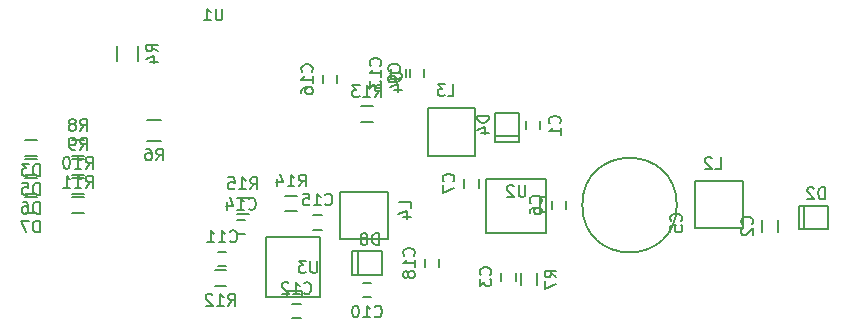
<source format=gbo>
G04 #@! TF.FileFunction,Legend,Bot*
%FSLAX46Y46*%
G04 Gerber Fmt 4.6, Leading zero omitted, Abs format (unit mm)*
G04 Created by KiCad (PCBNEW 4.0.4+dfsg1-stable) date Sun Feb  5 14:28:03 2017*
%MOMM*%
%LPD*%
G01*
G04 APERTURE LIST*
%ADD10C,0.100000*%
%ADD11C,0.150000*%
G04 APERTURE END LIST*
D10*
D11*
X64400000Y20070000D02*
X64400000Y20770000D01*
X63200000Y20770000D02*
X63200000Y20070000D01*
X84565000Y11400000D02*
X84565000Y12400000D01*
X83215000Y12400000D02*
X83215000Y11400000D01*
X61130000Y7950000D02*
X61130000Y7250000D01*
X62330000Y7250000D02*
X62330000Y7950000D01*
X65380000Y14010000D02*
X65380000Y13310000D01*
X66580000Y13310000D02*
X66580000Y14010000D01*
X58000000Y15850000D02*
X58000000Y15150000D01*
X59200000Y15150000D02*
X59200000Y15850000D01*
X53400000Y25180000D02*
X53400000Y24480000D01*
X54600000Y24480000D02*
X54600000Y25180000D01*
X49400000Y5900000D02*
X50100000Y5900000D01*
X50100000Y7100000D02*
X49400000Y7100000D01*
X37855000Y9665000D02*
X37155000Y9665000D01*
X37155000Y8465000D02*
X37855000Y8465000D01*
X44125000Y5275000D02*
X43425000Y5275000D01*
X43425000Y4075000D02*
X44125000Y4075000D01*
X51820000Y25180000D02*
X51820000Y24480000D01*
X53020000Y24480000D02*
X53020000Y25180000D01*
X39435000Y12425000D02*
X38735000Y12425000D01*
X38735000Y11225000D02*
X39435000Y11225000D01*
X45905000Y12785000D02*
X45205000Y12785000D01*
X45205000Y11585000D02*
X45905000Y11585000D01*
X46010000Y24660000D02*
X46010000Y23960000D01*
X47210000Y23960000D02*
X47210000Y24660000D01*
X54650000Y9100000D02*
X54650000Y8400000D01*
X55850000Y8400000D02*
X55850000Y9100000D01*
X86790000Y11610000D02*
X86790000Y13610000D01*
X86290000Y11610000D02*
X86290000Y13610000D01*
X86290000Y13610000D02*
X88790000Y13610000D01*
X88790000Y13610000D02*
X88790000Y11610000D01*
X88790000Y11610000D02*
X86290000Y11610000D01*
X21800000Y19175000D02*
X20800000Y19175000D01*
X20800000Y17825000D02*
X21800000Y17825000D01*
X62620000Y19480000D02*
X60620000Y19480000D01*
X62620000Y18980000D02*
X60620000Y18980000D01*
X60620000Y18980000D02*
X60620000Y21480000D01*
X60620000Y21480000D02*
X62620000Y21480000D01*
X62620000Y21480000D02*
X62620000Y18980000D01*
X21800000Y17575000D02*
X20800000Y17575000D01*
X20800000Y16225000D02*
X21800000Y16225000D01*
X21800000Y15975000D02*
X20800000Y15975000D01*
X20800000Y14625000D02*
X21800000Y14625000D01*
X21800000Y14375000D02*
X20800000Y14375000D01*
X20800000Y13025000D02*
X21800000Y13025000D01*
X49000000Y7750000D02*
X49000000Y9750000D01*
X48500000Y7750000D02*
X48500000Y9750000D01*
X48500000Y9750000D02*
X51000000Y9750000D01*
X51000000Y9750000D02*
X51000000Y7750000D01*
X51000000Y7750000D02*
X48500000Y7750000D01*
X77550000Y11690000D02*
X77550000Y15690000D01*
X81550000Y11690000D02*
X81550000Y15690000D01*
X77550000Y15690000D02*
X81550000Y15690000D01*
X78050000Y11690000D02*
X77550000Y11690000D01*
X78050000Y11690000D02*
X77550000Y11690000D01*
X81550000Y11690000D02*
X78050000Y11690000D01*
X54920000Y17860000D02*
X54920000Y21860000D01*
X58920000Y17860000D02*
X58920000Y21860000D01*
X54920000Y21860000D02*
X58920000Y21860000D01*
X55420000Y17860000D02*
X54920000Y17860000D01*
X55420000Y17860000D02*
X54920000Y17860000D01*
X58920000Y17860000D02*
X55420000Y17860000D01*
X47500000Y14750000D02*
X51500000Y14750000D01*
X47500000Y10750000D02*
X51500000Y10750000D01*
X51500000Y14750000D02*
X51500000Y10750000D01*
X47500000Y14250000D02*
X47500000Y14750000D01*
X47500000Y14250000D02*
X47500000Y14750000D01*
X47500000Y10750000D02*
X47500000Y14250000D01*
X28625000Y27100000D02*
X28625000Y25900000D01*
X30375000Y25900000D02*
X30375000Y27100000D01*
X32350000Y20875000D02*
X31150000Y20875000D01*
X31150000Y19125000D02*
X32350000Y19125000D01*
X62755000Y7870000D02*
X62755000Y6870000D01*
X64105000Y6870000D02*
X64105000Y7870000D01*
X24800000Y17825000D02*
X25800000Y17825000D01*
X25800000Y19175000D02*
X24800000Y19175000D01*
X24800000Y16225000D02*
X25800000Y16225000D01*
X25800000Y17575000D02*
X24800000Y17575000D01*
X24800000Y14625000D02*
X25800000Y14625000D01*
X25800000Y15975000D02*
X24800000Y15975000D01*
X24800000Y13025000D02*
X25800000Y13025000D01*
X25800000Y14375000D02*
X24800000Y14375000D01*
X37855000Y8180000D02*
X36855000Y8180000D01*
X36855000Y6830000D02*
X37855000Y6830000D01*
X49260000Y20695000D02*
X50260000Y20695000D01*
X50260000Y22045000D02*
X49260000Y22045000D01*
X42835000Y13120000D02*
X43835000Y13120000D01*
X43835000Y14470000D02*
X42835000Y14470000D01*
X38725000Y12880000D02*
X39725000Y12880000D01*
X39725000Y14230000D02*
X38725000Y14230000D01*
X64940000Y15836000D02*
X59860000Y15836000D01*
X59860000Y15836000D02*
X59860000Y11264000D01*
X59860000Y11264000D02*
X64940000Y11264000D01*
X64940000Y11264000D02*
X64940000Y15836000D01*
X64940000Y14312000D02*
X64432000Y14312000D01*
X64432000Y14312000D02*
X64432000Y13042000D01*
X64432000Y13042000D02*
X64940000Y13042000D01*
X45791000Y5845000D02*
X45791000Y10925000D01*
X45791000Y10925000D02*
X41219000Y10925000D01*
X41219000Y10925000D02*
X41219000Y5845000D01*
X41219000Y5845000D02*
X45791000Y5845000D01*
X44267000Y5845000D02*
X44267000Y6353000D01*
X44267000Y6353000D02*
X42997000Y6353000D01*
X42997000Y6353000D02*
X42997000Y5845000D01*
X75980000Y13660000D02*
G75*
G03X75980000Y13660000I-4000000J0D01*
G01*
X66057143Y20586666D02*
X66104762Y20634285D01*
X66152381Y20777142D01*
X66152381Y20872380D01*
X66104762Y21015238D01*
X66009524Y21110476D01*
X65914286Y21158095D01*
X65723810Y21205714D01*
X65580952Y21205714D01*
X65390476Y21158095D01*
X65295238Y21110476D01*
X65200000Y21015238D01*
X65152381Y20872380D01*
X65152381Y20777142D01*
X65200000Y20634285D01*
X65247619Y20586666D01*
X66152381Y19634285D02*
X66152381Y20205714D01*
X66152381Y19920000D02*
X65152381Y19920000D01*
X65295238Y20015238D01*
X65390476Y20110476D01*
X65438095Y20205714D01*
X82347143Y12066666D02*
X82394762Y12114285D01*
X82442381Y12257142D01*
X82442381Y12352380D01*
X82394762Y12495238D01*
X82299524Y12590476D01*
X82204286Y12638095D01*
X82013810Y12685714D01*
X81870952Y12685714D01*
X81680476Y12638095D01*
X81585238Y12590476D01*
X81490000Y12495238D01*
X81442381Y12352380D01*
X81442381Y12257142D01*
X81490000Y12114285D01*
X81537619Y12066666D01*
X81537619Y11685714D02*
X81490000Y11638095D01*
X81442381Y11542857D01*
X81442381Y11304761D01*
X81490000Y11209523D01*
X81537619Y11161904D01*
X81632857Y11114285D01*
X81728095Y11114285D01*
X81870952Y11161904D01*
X82442381Y11733333D01*
X82442381Y11114285D01*
X60187143Y7766666D02*
X60234762Y7814285D01*
X60282381Y7957142D01*
X60282381Y8052380D01*
X60234762Y8195238D01*
X60139524Y8290476D01*
X60044286Y8338095D01*
X59853810Y8385714D01*
X59710952Y8385714D01*
X59520476Y8338095D01*
X59425238Y8290476D01*
X59330000Y8195238D01*
X59282381Y8052380D01*
X59282381Y7957142D01*
X59330000Y7814285D01*
X59377619Y7766666D01*
X59282381Y7433333D02*
X59282381Y6814285D01*
X59663333Y7147619D01*
X59663333Y7004761D01*
X59710952Y6909523D01*
X59758571Y6861904D01*
X59853810Y6814285D01*
X60091905Y6814285D01*
X60187143Y6861904D01*
X60234762Y6909523D01*
X60282381Y7004761D01*
X60282381Y7290476D01*
X60234762Y7385714D01*
X60187143Y7433333D01*
X64437143Y13826666D02*
X64484762Y13874285D01*
X64532381Y14017142D01*
X64532381Y14112380D01*
X64484762Y14255238D01*
X64389524Y14350476D01*
X64294286Y14398095D01*
X64103810Y14445714D01*
X63960952Y14445714D01*
X63770476Y14398095D01*
X63675238Y14350476D01*
X63580000Y14255238D01*
X63532381Y14112380D01*
X63532381Y14017142D01*
X63580000Y13874285D01*
X63627619Y13826666D01*
X63532381Y12969523D02*
X63532381Y13160000D01*
X63580000Y13255238D01*
X63627619Y13302857D01*
X63770476Y13398095D01*
X63960952Y13445714D01*
X64341905Y13445714D01*
X64437143Y13398095D01*
X64484762Y13350476D01*
X64532381Y13255238D01*
X64532381Y13064761D01*
X64484762Y12969523D01*
X64437143Y12921904D01*
X64341905Y12874285D01*
X64103810Y12874285D01*
X64008571Y12921904D01*
X63960952Y12969523D01*
X63913333Y13064761D01*
X63913333Y13255238D01*
X63960952Y13350476D01*
X64008571Y13398095D01*
X64103810Y13445714D01*
X57057143Y15666666D02*
X57104762Y15714285D01*
X57152381Y15857142D01*
X57152381Y15952380D01*
X57104762Y16095238D01*
X57009524Y16190476D01*
X56914286Y16238095D01*
X56723810Y16285714D01*
X56580952Y16285714D01*
X56390476Y16238095D01*
X56295238Y16190476D01*
X56200000Y16095238D01*
X56152381Y15952380D01*
X56152381Y15857142D01*
X56200000Y15714285D01*
X56247619Y15666666D01*
X56152381Y15333333D02*
X56152381Y14666666D01*
X57152381Y15095238D01*
X52457143Y24996666D02*
X52504762Y25044285D01*
X52552381Y25187142D01*
X52552381Y25282380D01*
X52504762Y25425238D01*
X52409524Y25520476D01*
X52314286Y25568095D01*
X52123810Y25615714D01*
X51980952Y25615714D01*
X51790476Y25568095D01*
X51695238Y25520476D01*
X51600000Y25425238D01*
X51552381Y25282380D01*
X51552381Y25187142D01*
X51600000Y25044285D01*
X51647619Y24996666D01*
X52552381Y24520476D02*
X52552381Y24330000D01*
X52504762Y24234761D01*
X52457143Y24187142D01*
X52314286Y24091904D01*
X52123810Y24044285D01*
X51742857Y24044285D01*
X51647619Y24091904D01*
X51600000Y24139523D01*
X51552381Y24234761D01*
X51552381Y24425238D01*
X51600000Y24520476D01*
X51647619Y24568095D01*
X51742857Y24615714D01*
X51980952Y24615714D01*
X52076190Y24568095D01*
X52123810Y24520476D01*
X52171429Y24425238D01*
X52171429Y24234761D01*
X52123810Y24139523D01*
X52076190Y24091904D01*
X51980952Y24044285D01*
X50392857Y4242857D02*
X50440476Y4195238D01*
X50583333Y4147619D01*
X50678571Y4147619D01*
X50821429Y4195238D01*
X50916667Y4290476D01*
X50964286Y4385714D01*
X51011905Y4576190D01*
X51011905Y4719048D01*
X50964286Y4909524D01*
X50916667Y5004762D01*
X50821429Y5100000D01*
X50678571Y5147619D01*
X50583333Y5147619D01*
X50440476Y5100000D01*
X50392857Y5052381D01*
X49440476Y4147619D02*
X50011905Y4147619D01*
X49726191Y4147619D02*
X49726191Y5147619D01*
X49821429Y5004762D01*
X49916667Y4909524D01*
X50011905Y4861905D01*
X48821429Y5147619D02*
X48726190Y5147619D01*
X48630952Y5100000D01*
X48583333Y5052381D01*
X48535714Y4957143D01*
X48488095Y4766667D01*
X48488095Y4528571D01*
X48535714Y4338095D01*
X48583333Y4242857D01*
X48630952Y4195238D01*
X48726190Y4147619D01*
X48821429Y4147619D01*
X48916667Y4195238D01*
X48964286Y4242857D01*
X49011905Y4338095D01*
X49059524Y4528571D01*
X49059524Y4766667D01*
X49011905Y4957143D01*
X48964286Y5052381D01*
X48916667Y5100000D01*
X48821429Y5147619D01*
X38147857Y10607857D02*
X38195476Y10560238D01*
X38338333Y10512619D01*
X38433571Y10512619D01*
X38576429Y10560238D01*
X38671667Y10655476D01*
X38719286Y10750714D01*
X38766905Y10941190D01*
X38766905Y11084048D01*
X38719286Y11274524D01*
X38671667Y11369762D01*
X38576429Y11465000D01*
X38433571Y11512619D01*
X38338333Y11512619D01*
X38195476Y11465000D01*
X38147857Y11417381D01*
X37195476Y10512619D02*
X37766905Y10512619D01*
X37481191Y10512619D02*
X37481191Y11512619D01*
X37576429Y11369762D01*
X37671667Y11274524D01*
X37766905Y11226905D01*
X36243095Y10512619D02*
X36814524Y10512619D01*
X36528810Y10512619D02*
X36528810Y11512619D01*
X36624048Y11369762D01*
X36719286Y11274524D01*
X36814524Y11226905D01*
X44417857Y6217857D02*
X44465476Y6170238D01*
X44608333Y6122619D01*
X44703571Y6122619D01*
X44846429Y6170238D01*
X44941667Y6265476D01*
X44989286Y6360714D01*
X45036905Y6551190D01*
X45036905Y6694048D01*
X44989286Y6884524D01*
X44941667Y6979762D01*
X44846429Y7075000D01*
X44703571Y7122619D01*
X44608333Y7122619D01*
X44465476Y7075000D01*
X44417857Y7027381D01*
X43465476Y6122619D02*
X44036905Y6122619D01*
X43751191Y6122619D02*
X43751191Y7122619D01*
X43846429Y6979762D01*
X43941667Y6884524D01*
X44036905Y6836905D01*
X43084524Y7027381D02*
X43036905Y7075000D01*
X42941667Y7122619D01*
X42703571Y7122619D01*
X42608333Y7075000D01*
X42560714Y7027381D01*
X42513095Y6932143D01*
X42513095Y6836905D01*
X42560714Y6694048D01*
X43132143Y6122619D01*
X42513095Y6122619D01*
X50877143Y25472857D02*
X50924762Y25520476D01*
X50972381Y25663333D01*
X50972381Y25758571D01*
X50924762Y25901429D01*
X50829524Y25996667D01*
X50734286Y26044286D01*
X50543810Y26091905D01*
X50400952Y26091905D01*
X50210476Y26044286D01*
X50115238Y25996667D01*
X50020000Y25901429D01*
X49972381Y25758571D01*
X49972381Y25663333D01*
X50020000Y25520476D01*
X50067619Y25472857D01*
X50972381Y24520476D02*
X50972381Y25091905D01*
X50972381Y24806191D02*
X49972381Y24806191D01*
X50115238Y24901429D01*
X50210476Y24996667D01*
X50258095Y25091905D01*
X49972381Y24187143D02*
X49972381Y23568095D01*
X50353333Y23901429D01*
X50353333Y23758571D01*
X50400952Y23663333D01*
X50448571Y23615714D01*
X50543810Y23568095D01*
X50781905Y23568095D01*
X50877143Y23615714D01*
X50924762Y23663333D01*
X50972381Y23758571D01*
X50972381Y24044286D01*
X50924762Y24139524D01*
X50877143Y24187143D01*
X39727857Y13367857D02*
X39775476Y13320238D01*
X39918333Y13272619D01*
X40013571Y13272619D01*
X40156429Y13320238D01*
X40251667Y13415476D01*
X40299286Y13510714D01*
X40346905Y13701190D01*
X40346905Y13844048D01*
X40299286Y14034524D01*
X40251667Y14129762D01*
X40156429Y14225000D01*
X40013571Y14272619D01*
X39918333Y14272619D01*
X39775476Y14225000D01*
X39727857Y14177381D01*
X38775476Y13272619D02*
X39346905Y13272619D01*
X39061191Y13272619D02*
X39061191Y14272619D01*
X39156429Y14129762D01*
X39251667Y14034524D01*
X39346905Y13986905D01*
X37918333Y13939286D02*
X37918333Y13272619D01*
X38156429Y14320238D02*
X38394524Y13605952D01*
X37775476Y13605952D01*
X46197857Y13727857D02*
X46245476Y13680238D01*
X46388333Y13632619D01*
X46483571Y13632619D01*
X46626429Y13680238D01*
X46721667Y13775476D01*
X46769286Y13870714D01*
X46816905Y14061190D01*
X46816905Y14204048D01*
X46769286Y14394524D01*
X46721667Y14489762D01*
X46626429Y14585000D01*
X46483571Y14632619D01*
X46388333Y14632619D01*
X46245476Y14585000D01*
X46197857Y14537381D01*
X45245476Y13632619D02*
X45816905Y13632619D01*
X45531191Y13632619D02*
X45531191Y14632619D01*
X45626429Y14489762D01*
X45721667Y14394524D01*
X45816905Y14346905D01*
X44340714Y14632619D02*
X44816905Y14632619D01*
X44864524Y14156429D01*
X44816905Y14204048D01*
X44721667Y14251667D01*
X44483571Y14251667D01*
X44388333Y14204048D01*
X44340714Y14156429D01*
X44293095Y14061190D01*
X44293095Y13823095D01*
X44340714Y13727857D01*
X44388333Y13680238D01*
X44483571Y13632619D01*
X44721667Y13632619D01*
X44816905Y13680238D01*
X44864524Y13727857D01*
X45067143Y24952857D02*
X45114762Y25000476D01*
X45162381Y25143333D01*
X45162381Y25238571D01*
X45114762Y25381429D01*
X45019524Y25476667D01*
X44924286Y25524286D01*
X44733810Y25571905D01*
X44590952Y25571905D01*
X44400476Y25524286D01*
X44305238Y25476667D01*
X44210000Y25381429D01*
X44162381Y25238571D01*
X44162381Y25143333D01*
X44210000Y25000476D01*
X44257619Y24952857D01*
X45162381Y24000476D02*
X45162381Y24571905D01*
X45162381Y24286191D02*
X44162381Y24286191D01*
X44305238Y24381429D01*
X44400476Y24476667D01*
X44448095Y24571905D01*
X44162381Y23143333D02*
X44162381Y23333810D01*
X44210000Y23429048D01*
X44257619Y23476667D01*
X44400476Y23571905D01*
X44590952Y23619524D01*
X44971905Y23619524D01*
X45067143Y23571905D01*
X45114762Y23524286D01*
X45162381Y23429048D01*
X45162381Y23238571D01*
X45114762Y23143333D01*
X45067143Y23095714D01*
X44971905Y23048095D01*
X44733810Y23048095D01*
X44638571Y23095714D01*
X44590952Y23143333D01*
X44543333Y23238571D01*
X44543333Y23429048D01*
X44590952Y23524286D01*
X44638571Y23571905D01*
X44733810Y23619524D01*
X53707143Y9392857D02*
X53754762Y9440476D01*
X53802381Y9583333D01*
X53802381Y9678571D01*
X53754762Y9821429D01*
X53659524Y9916667D01*
X53564286Y9964286D01*
X53373810Y10011905D01*
X53230952Y10011905D01*
X53040476Y9964286D01*
X52945238Y9916667D01*
X52850000Y9821429D01*
X52802381Y9678571D01*
X52802381Y9583333D01*
X52850000Y9440476D01*
X52897619Y9392857D01*
X53802381Y8440476D02*
X53802381Y9011905D01*
X53802381Y8726191D02*
X52802381Y8726191D01*
X52945238Y8821429D01*
X53040476Y8916667D01*
X53088095Y9011905D01*
X53230952Y7869048D02*
X53183333Y7964286D01*
X53135714Y8011905D01*
X53040476Y8059524D01*
X52992857Y8059524D01*
X52897619Y8011905D01*
X52850000Y7964286D01*
X52802381Y7869048D01*
X52802381Y7678571D01*
X52850000Y7583333D01*
X52897619Y7535714D01*
X52992857Y7488095D01*
X53040476Y7488095D01*
X53135714Y7535714D01*
X53183333Y7583333D01*
X53230952Y7678571D01*
X53230952Y7869048D01*
X53278571Y7964286D01*
X53326190Y8011905D01*
X53421429Y8059524D01*
X53611905Y8059524D01*
X53707143Y8011905D01*
X53754762Y7964286D01*
X53802381Y7869048D01*
X53802381Y7678571D01*
X53754762Y7583333D01*
X53707143Y7535714D01*
X53611905Y7488095D01*
X53421429Y7488095D01*
X53326190Y7535714D01*
X53278571Y7583333D01*
X53230952Y7678571D01*
X88528095Y14157619D02*
X88528095Y15157619D01*
X88290000Y15157619D01*
X88147142Y15110000D01*
X88051904Y15014762D01*
X88004285Y14919524D01*
X87956666Y14729048D01*
X87956666Y14586190D01*
X88004285Y14395714D01*
X88051904Y14300476D01*
X88147142Y14205238D01*
X88290000Y14157619D01*
X88528095Y14157619D01*
X87575714Y15062381D02*
X87528095Y15110000D01*
X87432857Y15157619D01*
X87194761Y15157619D01*
X87099523Y15110000D01*
X87051904Y15062381D01*
X87004285Y14967143D01*
X87004285Y14871905D01*
X87051904Y14729048D01*
X87623333Y14157619D01*
X87004285Y14157619D01*
X22038095Y16147619D02*
X22038095Y17147619D01*
X21800000Y17147619D01*
X21657142Y17100000D01*
X21561904Y17004762D01*
X21514285Y16909524D01*
X21466666Y16719048D01*
X21466666Y16576190D01*
X21514285Y16385714D01*
X21561904Y16290476D01*
X21657142Y16195238D01*
X21800000Y16147619D01*
X22038095Y16147619D01*
X21133333Y17147619D02*
X20514285Y17147619D01*
X20847619Y16766667D01*
X20704761Y16766667D01*
X20609523Y16719048D01*
X20561904Y16671429D01*
X20514285Y16576190D01*
X20514285Y16338095D01*
X20561904Y16242857D01*
X20609523Y16195238D01*
X20704761Y16147619D01*
X20990476Y16147619D01*
X21085714Y16195238D01*
X21133333Y16242857D01*
X60072381Y21218095D02*
X59072381Y21218095D01*
X59072381Y20980000D01*
X59120000Y20837142D01*
X59215238Y20741904D01*
X59310476Y20694285D01*
X59500952Y20646666D01*
X59643810Y20646666D01*
X59834286Y20694285D01*
X59929524Y20741904D01*
X60024762Y20837142D01*
X60072381Y20980000D01*
X60072381Y21218095D01*
X59405714Y19789523D02*
X60072381Y19789523D01*
X59024762Y20027619D02*
X59739048Y20265714D01*
X59739048Y19646666D01*
X22038095Y14547619D02*
X22038095Y15547619D01*
X21800000Y15547619D01*
X21657142Y15500000D01*
X21561904Y15404762D01*
X21514285Y15309524D01*
X21466666Y15119048D01*
X21466666Y14976190D01*
X21514285Y14785714D01*
X21561904Y14690476D01*
X21657142Y14595238D01*
X21800000Y14547619D01*
X22038095Y14547619D01*
X20561904Y15547619D02*
X21038095Y15547619D01*
X21085714Y15071429D01*
X21038095Y15119048D01*
X20942857Y15166667D01*
X20704761Y15166667D01*
X20609523Y15119048D01*
X20561904Y15071429D01*
X20514285Y14976190D01*
X20514285Y14738095D01*
X20561904Y14642857D01*
X20609523Y14595238D01*
X20704761Y14547619D01*
X20942857Y14547619D01*
X21038095Y14595238D01*
X21085714Y14642857D01*
X22038095Y12947619D02*
X22038095Y13947619D01*
X21800000Y13947619D01*
X21657142Y13900000D01*
X21561904Y13804762D01*
X21514285Y13709524D01*
X21466666Y13519048D01*
X21466666Y13376190D01*
X21514285Y13185714D01*
X21561904Y13090476D01*
X21657142Y12995238D01*
X21800000Y12947619D01*
X22038095Y12947619D01*
X20609523Y13947619D02*
X20800000Y13947619D01*
X20895238Y13900000D01*
X20942857Y13852381D01*
X21038095Y13709524D01*
X21085714Y13519048D01*
X21085714Y13138095D01*
X21038095Y13042857D01*
X20990476Y12995238D01*
X20895238Y12947619D01*
X20704761Y12947619D01*
X20609523Y12995238D01*
X20561904Y13042857D01*
X20514285Y13138095D01*
X20514285Y13376190D01*
X20561904Y13471429D01*
X20609523Y13519048D01*
X20704761Y13566667D01*
X20895238Y13566667D01*
X20990476Y13519048D01*
X21038095Y13471429D01*
X21085714Y13376190D01*
X22038095Y11347619D02*
X22038095Y12347619D01*
X21800000Y12347619D01*
X21657142Y12300000D01*
X21561904Y12204762D01*
X21514285Y12109524D01*
X21466666Y11919048D01*
X21466666Y11776190D01*
X21514285Y11585714D01*
X21561904Y11490476D01*
X21657142Y11395238D01*
X21800000Y11347619D01*
X22038095Y11347619D01*
X21133333Y12347619D02*
X20466666Y12347619D01*
X20895238Y11347619D01*
X50738095Y10297619D02*
X50738095Y11297619D01*
X50500000Y11297619D01*
X50357142Y11250000D01*
X50261904Y11154762D01*
X50214285Y11059524D01*
X50166666Y10869048D01*
X50166666Y10726190D01*
X50214285Y10535714D01*
X50261904Y10440476D01*
X50357142Y10345238D01*
X50500000Y10297619D01*
X50738095Y10297619D01*
X49595238Y10869048D02*
X49690476Y10916667D01*
X49738095Y10964286D01*
X49785714Y11059524D01*
X49785714Y11107143D01*
X49738095Y11202381D01*
X49690476Y11250000D01*
X49595238Y11297619D01*
X49404761Y11297619D01*
X49309523Y11250000D01*
X49261904Y11202381D01*
X49214285Y11107143D01*
X49214285Y11059524D01*
X49261904Y10964286D01*
X49309523Y10916667D01*
X49404761Y10869048D01*
X49595238Y10869048D01*
X49690476Y10821429D01*
X49738095Y10773810D01*
X49785714Y10678571D01*
X49785714Y10488095D01*
X49738095Y10392857D01*
X49690476Y10345238D01*
X49595238Y10297619D01*
X49404761Y10297619D01*
X49309523Y10345238D01*
X49261904Y10392857D01*
X49214285Y10488095D01*
X49214285Y10678571D01*
X49261904Y10773810D01*
X49309523Y10821429D01*
X49404761Y10869048D01*
X79216666Y16737619D02*
X79692857Y16737619D01*
X79692857Y17737619D01*
X78930952Y17642381D02*
X78883333Y17690000D01*
X78788095Y17737619D01*
X78549999Y17737619D01*
X78454761Y17690000D01*
X78407142Y17642381D01*
X78359523Y17547143D01*
X78359523Y17451905D01*
X78407142Y17309048D01*
X78978571Y16737619D01*
X78359523Y16737619D01*
X56586666Y22907619D02*
X57062857Y22907619D01*
X57062857Y23907619D01*
X56348571Y23907619D02*
X55729523Y23907619D01*
X56062857Y23526667D01*
X55919999Y23526667D01*
X55824761Y23479048D01*
X55777142Y23431429D01*
X55729523Y23336190D01*
X55729523Y23098095D01*
X55777142Y23002857D01*
X55824761Y22955238D01*
X55919999Y22907619D01*
X56205714Y22907619D01*
X56300952Y22955238D01*
X56348571Y23002857D01*
X53452381Y13416666D02*
X53452381Y13892857D01*
X52452381Y13892857D01*
X52785714Y12654761D02*
X53452381Y12654761D01*
X52404762Y12892857D02*
X53119048Y13130952D01*
X53119048Y12511904D01*
X32052381Y26666666D02*
X31576190Y27000000D01*
X32052381Y27238095D02*
X31052381Y27238095D01*
X31052381Y26857142D01*
X31100000Y26761904D01*
X31147619Y26714285D01*
X31242857Y26666666D01*
X31385714Y26666666D01*
X31480952Y26714285D01*
X31528571Y26761904D01*
X31576190Y26857142D01*
X31576190Y27238095D01*
X31385714Y25809523D02*
X32052381Y25809523D01*
X31004762Y26047619D02*
X31719048Y26285714D01*
X31719048Y25666666D01*
X31916666Y17447619D02*
X32250000Y17923810D01*
X32488095Y17447619D02*
X32488095Y18447619D01*
X32107142Y18447619D01*
X32011904Y18400000D01*
X31964285Y18352381D01*
X31916666Y18257143D01*
X31916666Y18114286D01*
X31964285Y18019048D01*
X32011904Y17971429D01*
X32107142Y17923810D01*
X32488095Y17923810D01*
X31059523Y18447619D02*
X31250000Y18447619D01*
X31345238Y18400000D01*
X31392857Y18352381D01*
X31488095Y18209524D01*
X31535714Y18019048D01*
X31535714Y17638095D01*
X31488095Y17542857D01*
X31440476Y17495238D01*
X31345238Y17447619D01*
X31154761Y17447619D01*
X31059523Y17495238D01*
X31011904Y17542857D01*
X30964285Y17638095D01*
X30964285Y17876190D01*
X31011904Y17971429D01*
X31059523Y18019048D01*
X31154761Y18066667D01*
X31345238Y18066667D01*
X31440476Y18019048D01*
X31488095Y17971429D01*
X31535714Y17876190D01*
X65782381Y7536666D02*
X65306190Y7870000D01*
X65782381Y8108095D02*
X64782381Y8108095D01*
X64782381Y7727142D01*
X64830000Y7631904D01*
X64877619Y7584285D01*
X64972857Y7536666D01*
X65115714Y7536666D01*
X65210952Y7584285D01*
X65258571Y7631904D01*
X65306190Y7727142D01*
X65306190Y8108095D01*
X64782381Y7203333D02*
X64782381Y6536666D01*
X65782381Y6965238D01*
X25466666Y19947619D02*
X25800000Y20423810D01*
X26038095Y19947619D02*
X26038095Y20947619D01*
X25657142Y20947619D01*
X25561904Y20900000D01*
X25514285Y20852381D01*
X25466666Y20757143D01*
X25466666Y20614286D01*
X25514285Y20519048D01*
X25561904Y20471429D01*
X25657142Y20423810D01*
X26038095Y20423810D01*
X24895238Y20519048D02*
X24990476Y20566667D01*
X25038095Y20614286D01*
X25085714Y20709524D01*
X25085714Y20757143D01*
X25038095Y20852381D01*
X24990476Y20900000D01*
X24895238Y20947619D01*
X24704761Y20947619D01*
X24609523Y20900000D01*
X24561904Y20852381D01*
X24514285Y20757143D01*
X24514285Y20709524D01*
X24561904Y20614286D01*
X24609523Y20566667D01*
X24704761Y20519048D01*
X24895238Y20519048D01*
X24990476Y20471429D01*
X25038095Y20423810D01*
X25085714Y20328571D01*
X25085714Y20138095D01*
X25038095Y20042857D01*
X24990476Y19995238D01*
X24895238Y19947619D01*
X24704761Y19947619D01*
X24609523Y19995238D01*
X24561904Y20042857D01*
X24514285Y20138095D01*
X24514285Y20328571D01*
X24561904Y20423810D01*
X24609523Y20471429D01*
X24704761Y20519048D01*
X25466666Y18347619D02*
X25800000Y18823810D01*
X26038095Y18347619D02*
X26038095Y19347619D01*
X25657142Y19347619D01*
X25561904Y19300000D01*
X25514285Y19252381D01*
X25466666Y19157143D01*
X25466666Y19014286D01*
X25514285Y18919048D01*
X25561904Y18871429D01*
X25657142Y18823810D01*
X26038095Y18823810D01*
X24990476Y18347619D02*
X24800000Y18347619D01*
X24704761Y18395238D01*
X24657142Y18442857D01*
X24561904Y18585714D01*
X24514285Y18776190D01*
X24514285Y19157143D01*
X24561904Y19252381D01*
X24609523Y19300000D01*
X24704761Y19347619D01*
X24895238Y19347619D01*
X24990476Y19300000D01*
X25038095Y19252381D01*
X25085714Y19157143D01*
X25085714Y18919048D01*
X25038095Y18823810D01*
X24990476Y18776190D01*
X24895238Y18728571D01*
X24704761Y18728571D01*
X24609523Y18776190D01*
X24561904Y18823810D01*
X24514285Y18919048D01*
X25942857Y16747619D02*
X26276191Y17223810D01*
X26514286Y16747619D02*
X26514286Y17747619D01*
X26133333Y17747619D01*
X26038095Y17700000D01*
X25990476Y17652381D01*
X25942857Y17557143D01*
X25942857Y17414286D01*
X25990476Y17319048D01*
X26038095Y17271429D01*
X26133333Y17223810D01*
X26514286Y17223810D01*
X24990476Y16747619D02*
X25561905Y16747619D01*
X25276191Y16747619D02*
X25276191Y17747619D01*
X25371429Y17604762D01*
X25466667Y17509524D01*
X25561905Y17461905D01*
X24371429Y17747619D02*
X24276190Y17747619D01*
X24180952Y17700000D01*
X24133333Y17652381D01*
X24085714Y17557143D01*
X24038095Y17366667D01*
X24038095Y17128571D01*
X24085714Y16938095D01*
X24133333Y16842857D01*
X24180952Y16795238D01*
X24276190Y16747619D01*
X24371429Y16747619D01*
X24466667Y16795238D01*
X24514286Y16842857D01*
X24561905Y16938095D01*
X24609524Y17128571D01*
X24609524Y17366667D01*
X24561905Y17557143D01*
X24514286Y17652381D01*
X24466667Y17700000D01*
X24371429Y17747619D01*
X25942857Y15147619D02*
X26276191Y15623810D01*
X26514286Y15147619D02*
X26514286Y16147619D01*
X26133333Y16147619D01*
X26038095Y16100000D01*
X25990476Y16052381D01*
X25942857Y15957143D01*
X25942857Y15814286D01*
X25990476Y15719048D01*
X26038095Y15671429D01*
X26133333Y15623810D01*
X26514286Y15623810D01*
X24990476Y15147619D02*
X25561905Y15147619D01*
X25276191Y15147619D02*
X25276191Y16147619D01*
X25371429Y16004762D01*
X25466667Y15909524D01*
X25561905Y15861905D01*
X24038095Y15147619D02*
X24609524Y15147619D01*
X24323810Y15147619D02*
X24323810Y16147619D01*
X24419048Y16004762D01*
X24514286Y15909524D01*
X24609524Y15861905D01*
X37997857Y5152619D02*
X38331191Y5628810D01*
X38569286Y5152619D02*
X38569286Y6152619D01*
X38188333Y6152619D01*
X38093095Y6105000D01*
X38045476Y6057381D01*
X37997857Y5962143D01*
X37997857Y5819286D01*
X38045476Y5724048D01*
X38093095Y5676429D01*
X38188333Y5628810D01*
X38569286Y5628810D01*
X37045476Y5152619D02*
X37616905Y5152619D01*
X37331191Y5152619D02*
X37331191Y6152619D01*
X37426429Y6009762D01*
X37521667Y5914524D01*
X37616905Y5866905D01*
X36664524Y6057381D02*
X36616905Y6105000D01*
X36521667Y6152619D01*
X36283571Y6152619D01*
X36188333Y6105000D01*
X36140714Y6057381D01*
X36093095Y5962143D01*
X36093095Y5866905D01*
X36140714Y5724048D01*
X36712143Y5152619D01*
X36093095Y5152619D01*
X50402857Y22817619D02*
X50736191Y23293810D01*
X50974286Y22817619D02*
X50974286Y23817619D01*
X50593333Y23817619D01*
X50498095Y23770000D01*
X50450476Y23722381D01*
X50402857Y23627143D01*
X50402857Y23484286D01*
X50450476Y23389048D01*
X50498095Y23341429D01*
X50593333Y23293810D01*
X50974286Y23293810D01*
X49450476Y22817619D02*
X50021905Y22817619D01*
X49736191Y22817619D02*
X49736191Y23817619D01*
X49831429Y23674762D01*
X49926667Y23579524D01*
X50021905Y23531905D01*
X49117143Y23817619D02*
X48498095Y23817619D01*
X48831429Y23436667D01*
X48688571Y23436667D01*
X48593333Y23389048D01*
X48545714Y23341429D01*
X48498095Y23246190D01*
X48498095Y23008095D01*
X48545714Y22912857D01*
X48593333Y22865238D01*
X48688571Y22817619D01*
X48974286Y22817619D01*
X49069524Y22865238D01*
X49117143Y22912857D01*
X43977857Y15242619D02*
X44311191Y15718810D01*
X44549286Y15242619D02*
X44549286Y16242619D01*
X44168333Y16242619D01*
X44073095Y16195000D01*
X44025476Y16147381D01*
X43977857Y16052143D01*
X43977857Y15909286D01*
X44025476Y15814048D01*
X44073095Y15766429D01*
X44168333Y15718810D01*
X44549286Y15718810D01*
X43025476Y15242619D02*
X43596905Y15242619D01*
X43311191Y15242619D02*
X43311191Y16242619D01*
X43406429Y16099762D01*
X43501667Y16004524D01*
X43596905Y15956905D01*
X42168333Y15909286D02*
X42168333Y15242619D01*
X42406429Y16290238D02*
X42644524Y15575952D01*
X42025476Y15575952D01*
X39867857Y15002619D02*
X40201191Y15478810D01*
X40439286Y15002619D02*
X40439286Y16002619D01*
X40058333Y16002619D01*
X39963095Y15955000D01*
X39915476Y15907381D01*
X39867857Y15812143D01*
X39867857Y15669286D01*
X39915476Y15574048D01*
X39963095Y15526429D01*
X40058333Y15478810D01*
X40439286Y15478810D01*
X38915476Y15002619D02*
X39486905Y15002619D01*
X39201191Y15002619D02*
X39201191Y16002619D01*
X39296429Y15859762D01*
X39391667Y15764524D01*
X39486905Y15716905D01*
X38010714Y16002619D02*
X38486905Y16002619D01*
X38534524Y15526429D01*
X38486905Y15574048D01*
X38391667Y15621667D01*
X38153571Y15621667D01*
X38058333Y15574048D01*
X38010714Y15526429D01*
X37963095Y15431190D01*
X37963095Y15193095D01*
X38010714Y15097857D01*
X38058333Y15050238D01*
X38153571Y15002619D01*
X38391667Y15002619D01*
X38486905Y15050238D01*
X38534524Y15097857D01*
X37511905Y30297619D02*
X37511905Y29488095D01*
X37464286Y29392857D01*
X37416667Y29345238D01*
X37321429Y29297619D01*
X37130952Y29297619D01*
X37035714Y29345238D01*
X36988095Y29392857D01*
X36940476Y29488095D01*
X36940476Y30297619D01*
X35940476Y29297619D02*
X36511905Y29297619D01*
X36226191Y29297619D02*
X36226191Y30297619D01*
X36321429Y30154762D01*
X36416667Y30059524D01*
X36511905Y30011905D01*
X63161905Y15367619D02*
X63161905Y14558095D01*
X63114286Y14462857D01*
X63066667Y14415238D01*
X62971429Y14367619D01*
X62780952Y14367619D01*
X62685714Y14415238D01*
X62638095Y14462857D01*
X62590476Y14558095D01*
X62590476Y15367619D01*
X62161905Y15272381D02*
X62114286Y15320000D01*
X62019048Y15367619D01*
X61780952Y15367619D01*
X61685714Y15320000D01*
X61638095Y15272381D01*
X61590476Y15177143D01*
X61590476Y15081905D01*
X61638095Y14939048D01*
X62209524Y14367619D01*
X61590476Y14367619D01*
X45536905Y8932619D02*
X45536905Y8123095D01*
X45489286Y8027857D01*
X45441667Y7980238D01*
X45346429Y7932619D01*
X45155952Y7932619D01*
X45060714Y7980238D01*
X45013095Y8027857D01*
X44965476Y8123095D01*
X44965476Y8932619D01*
X44584524Y8932619D02*
X43965476Y8932619D01*
X44298810Y8551667D01*
X44155952Y8551667D01*
X44060714Y8504048D01*
X44013095Y8456429D01*
X43965476Y8361190D01*
X43965476Y8123095D01*
X44013095Y8027857D01*
X44060714Y7980238D01*
X44155952Y7932619D01*
X44441667Y7932619D01*
X44536905Y7980238D01*
X44584524Y8027857D01*
X51712381Y24871905D02*
X52521905Y24871905D01*
X52617143Y24824286D01*
X52664762Y24776667D01*
X52712381Y24681429D01*
X52712381Y24490952D01*
X52664762Y24395714D01*
X52617143Y24348095D01*
X52521905Y24300476D01*
X51712381Y24300476D01*
X52045714Y23395714D02*
X52712381Y23395714D01*
X51664762Y23633810D02*
X52379048Y23871905D01*
X52379048Y23252857D01*
X76337143Y12326666D02*
X76384762Y12374285D01*
X76432381Y12517142D01*
X76432381Y12612380D01*
X76384762Y12755238D01*
X76289524Y12850476D01*
X76194286Y12898095D01*
X76003810Y12945714D01*
X75860952Y12945714D01*
X75670476Y12898095D01*
X75575238Y12850476D01*
X75480000Y12755238D01*
X75432381Y12612380D01*
X75432381Y12517142D01*
X75480000Y12374285D01*
X75527619Y12326666D01*
X75432381Y11421904D02*
X75432381Y11898095D01*
X75908571Y11945714D01*
X75860952Y11898095D01*
X75813333Y11802857D01*
X75813333Y11564761D01*
X75860952Y11469523D01*
X75908571Y11421904D01*
X76003810Y11374285D01*
X76241905Y11374285D01*
X76337143Y11421904D01*
X76384762Y11469523D01*
X76432381Y11564761D01*
X76432381Y11802857D01*
X76384762Y11898095D01*
X76337143Y11945714D01*
M02*

</source>
